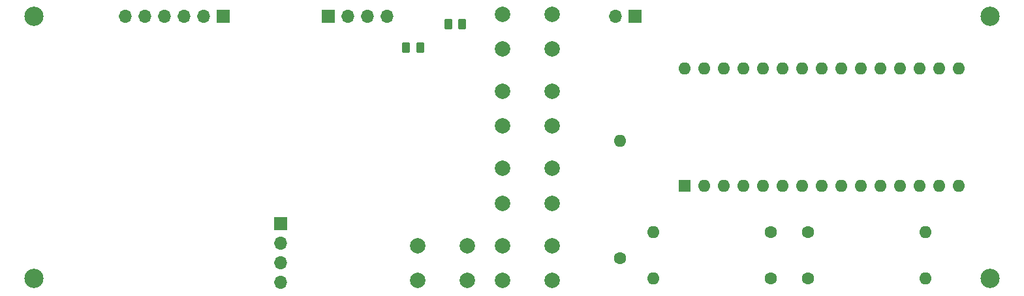
<source format=gbr>
%TF.GenerationSoftware,KiCad,Pcbnew,7.0.5*%
%TF.CreationDate,2024-01-19T10:16:41+06:00*%
%TF.ProjectId,Meteo_station,4d657465-6f5f-4737-9461-74696f6e2e6b,rev?*%
%TF.SameCoordinates,Original*%
%TF.FileFunction,Soldermask,Bot*%
%TF.FilePolarity,Negative*%
%FSLAX46Y46*%
G04 Gerber Fmt 4.6, Leading zero omitted, Abs format (unit mm)*
G04 Created by KiCad (PCBNEW 7.0.5) date 2024-01-19 10:16:41*
%MOMM*%
%LPD*%
G01*
G04 APERTURE LIST*
G04 Aperture macros list*
%AMRoundRect*
0 Rectangle with rounded corners*
0 $1 Rounding radius*
0 $2 $3 $4 $5 $6 $7 $8 $9 X,Y pos of 4 corners*
0 Add a 4 corners polygon primitive as box body*
4,1,4,$2,$3,$4,$5,$6,$7,$8,$9,$2,$3,0*
0 Add four circle primitives for the rounded corners*
1,1,$1+$1,$2,$3*
1,1,$1+$1,$4,$5*
1,1,$1+$1,$6,$7*
1,1,$1+$1,$8,$9*
0 Add four rect primitives between the rounded corners*
20,1,$1+$1,$2,$3,$4,$5,0*
20,1,$1+$1,$4,$5,$6,$7,0*
20,1,$1+$1,$6,$7,$8,$9,0*
20,1,$1+$1,$8,$9,$2,$3,0*%
G04 Aperture macros list end*
%ADD10C,2.500000*%
%ADD11C,1.600000*%
%ADD12O,1.600000X1.600000*%
%ADD13C,2.000000*%
%ADD14R,1.700000X1.700000*%
%ADD15O,1.700000X1.700000*%
%ADD16R,1.600000X1.600000*%
%ADD17RoundRect,0.250000X-0.262500X-0.450000X0.262500X-0.450000X0.262500X0.450000X-0.262500X0.450000X0*%
%ADD18RoundRect,0.250000X0.262500X0.450000X-0.262500X0.450000X-0.262500X-0.450000X0.262500X-0.450000X0*%
G04 APERTURE END LIST*
D10*
%TO.C,H2*%
X160290000Y-57619000D03*
%TD*%
D11*
%TO.C,R3*%
X131910000Y-51619000D03*
D12*
X116670000Y-51619000D03*
%TD*%
D13*
%TO.C,SW3*%
X97040000Y-43369000D03*
X103540000Y-43369000D03*
X97040000Y-47869000D03*
X103540000Y-47869000D03*
%TD*%
%TO.C,SW2*%
X97040000Y-33369000D03*
X103540000Y-33369000D03*
X97040000Y-37869000D03*
X103540000Y-37869000D03*
%TD*%
D11*
%TO.C,R1*%
X112290000Y-55039000D03*
D12*
X112290000Y-39799000D03*
%TD*%
D10*
%TO.C,H4*%
X36290000Y-57619000D03*
%TD*%
%TO.C,H3*%
X36290000Y-23619000D03*
%TD*%
D11*
%TO.C,R5*%
X136652000Y-57619000D03*
D12*
X151892000Y-57619000D03*
%TD*%
D14*
%TO.C,J1*%
X114290000Y-23619000D03*
D15*
X111750000Y-23619000D03*
%TD*%
D13*
%TO.C,SW4*%
X97040000Y-53369000D03*
X103540000Y-53369000D03*
X97040000Y-57869000D03*
X103540000Y-57869000D03*
%TD*%
D14*
%TO.C,J3*%
X74490000Y-23619000D03*
D15*
X77030000Y-23619000D03*
X79570000Y-23619000D03*
X82110000Y-23619000D03*
%TD*%
D13*
%TO.C,SW1*%
X97040000Y-23369000D03*
X103540000Y-23369000D03*
X97040000Y-27869000D03*
X103540000Y-27869000D03*
%TD*%
D11*
%TO.C,R4*%
X136652000Y-51619000D03*
D12*
X151892000Y-51619000D03*
%TD*%
D10*
%TO.C,H1*%
X160290000Y-23619000D03*
%TD*%
D16*
%TO.C,A1*%
X120730000Y-45619000D03*
D12*
X123270000Y-45619000D03*
X125810000Y-45619000D03*
X128350000Y-45619000D03*
X130890000Y-45619000D03*
X133430000Y-45619000D03*
X135970000Y-45619000D03*
X138510000Y-45619000D03*
X141050000Y-45619000D03*
X143590000Y-45619000D03*
X146130000Y-45619000D03*
X148670000Y-45619000D03*
X151210000Y-45619000D03*
X153750000Y-45619000D03*
X156290000Y-45619000D03*
X156290000Y-30379000D03*
X153750000Y-30379000D03*
X151210000Y-30379000D03*
X148670000Y-30379000D03*
X146130000Y-30379000D03*
X143590000Y-30379000D03*
X141050000Y-30379000D03*
X138510000Y-30379000D03*
X135970000Y-30379000D03*
X133430000Y-30379000D03*
X130890000Y-30379000D03*
X128350000Y-30379000D03*
X125810000Y-30379000D03*
X123270000Y-30379000D03*
X120730000Y-30379000D03*
%TD*%
D14*
%TO.C,J2*%
X68290000Y-50539000D03*
D15*
X68290000Y-53079000D03*
X68290000Y-55619000D03*
X68290000Y-58159000D03*
%TD*%
D11*
%TO.C,R2*%
X131910000Y-57619000D03*
D12*
X116670000Y-57619000D03*
%TD*%
D14*
%TO.C,J4*%
X60830000Y-23619000D03*
D15*
X58290000Y-23619000D03*
X55750000Y-23619000D03*
X53210000Y-23619000D03*
X50670000Y-23619000D03*
X48130000Y-23619000D03*
%TD*%
D13*
%TO.C,SW5*%
X86040000Y-53369000D03*
X92540000Y-53369000D03*
X86040000Y-57869000D03*
X92540000Y-57869000D03*
%TD*%
D17*
%TO.C,R7*%
X84535000Y-27686000D03*
X86360000Y-27686000D03*
%TD*%
D18*
%TO.C,R6*%
X91844500Y-24638000D03*
X90019500Y-24638000D03*
%TD*%
M02*

</source>
